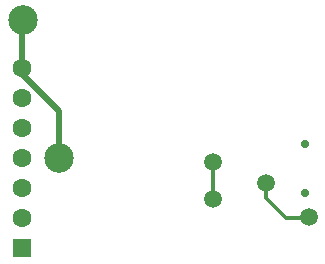
<source format=gbl>
G04*
G04 #@! TF.GenerationSoftware,Altium Limited,Altium Designer,25.8.1 (18)*
G04*
G04 Layer_Physical_Order=2*
G04 Layer_Color=16711680*
%FSLAX44Y44*%
%MOMM*%
G71*
G04*
G04 #@! TF.SameCoordinates,E157F1C9-1C34-4564-A9C0-31B72F50DFCD*
G04*
G04*
G04 #@! TF.FilePolarity,Positive*
G04*
G01*
G75*
%ADD21C,0.5000*%
%ADD22C,0.3000*%
%ADD23C,1.6000*%
%ADD24R,1.6000X1.6000*%
%ADD25C,0.7000*%
%ADD26C,2.5000*%
%ADD27C,1.5000*%
D21*
X16250Y222500D02*
X47500Y191250D01*
Y151250D02*
Y191250D01*
X16395Y267355D02*
X16540Y267500D01*
X16250Y222500D02*
X16395Y222645D01*
Y267355D01*
D22*
X258141Y100641D02*
X258750Y101250D01*
X222500Y117500D02*
X239359Y100641D01*
X222500Y117500D02*
Y130000D01*
X239359Y100641D02*
X258141D01*
X177500Y116050D02*
Y147500D01*
D23*
X16250Y125450D02*
D03*
Y100050D02*
D03*
Y150850D02*
D03*
Y201650D02*
D03*
Y227050D02*
D03*
Y176250D02*
D03*
D24*
Y74650D02*
D03*
D25*
X255500Y162500D02*
D03*
Y121000D02*
D03*
D26*
X47500Y151250D02*
D03*
X16540Y267500D02*
D03*
D27*
X222500Y130000D02*
D03*
X258750Y101250D02*
D03*
X177500Y116050D02*
D03*
Y147500D02*
D03*
M02*

</source>
